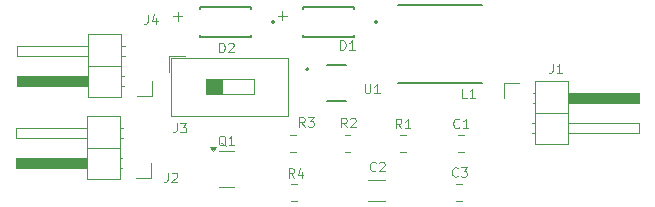
<source format=gto>
%TF.GenerationSoftware,KiCad,Pcbnew,9.0.1*%
%TF.CreationDate,2025-05-18T00:30:22-05:00*%
%TF.ProjectId,Tiny_Solar_Supply,54696e79-5f53-46f6-9c61-725f53757070,rev?*%
%TF.SameCoordinates,Original*%
%TF.FileFunction,Legend,Top*%
%TF.FilePolarity,Positive*%
%FSLAX46Y46*%
G04 Gerber Fmt 4.6, Leading zero omitted, Abs format (unit mm)*
G04 Created by KiCad (PCBNEW 9.0.1) date 2025-05-18 00:30:22*
%MOMM*%
%LPD*%
G01*
G04 APERTURE LIST*
%ADD10C,0.100000*%
%ADD11C,0.120000*%
%ADD12C,0.127000*%
%ADD13C,0.200000*%
G04 APERTURE END LIST*
D10*
X159214442Y-47861460D02*
X159976347Y-47861460D01*
X159595394Y-48242413D02*
X159595394Y-47480508D01*
X150350605Y-47871806D02*
X151112510Y-47871806D01*
X150731557Y-48252759D02*
X150731557Y-47490854D01*
X150659709Y-56926071D02*
X150659709Y-57497499D01*
X150659709Y-57497499D02*
X150621614Y-57611785D01*
X150621614Y-57611785D02*
X150545423Y-57687976D01*
X150545423Y-57687976D02*
X150431138Y-57726071D01*
X150431138Y-57726071D02*
X150354947Y-57726071D01*
X150964471Y-56926071D02*
X151459709Y-56926071D01*
X151459709Y-56926071D02*
X151193043Y-57230833D01*
X151193043Y-57230833D02*
X151307328Y-57230833D01*
X151307328Y-57230833D02*
X151383519Y-57268928D01*
X151383519Y-57268928D02*
X151421614Y-57307023D01*
X151421614Y-57307023D02*
X151459709Y-57383214D01*
X151459709Y-57383214D02*
X151459709Y-57573690D01*
X151459709Y-57573690D02*
X151421614Y-57649880D01*
X151421614Y-57649880D02*
X151383519Y-57687976D01*
X151383519Y-57687976D02*
X151307328Y-57726071D01*
X151307328Y-57726071D02*
X151078757Y-57726071D01*
X151078757Y-57726071D02*
X151002566Y-57687976D01*
X151002566Y-57687976D02*
X150964471Y-57649880D01*
X182486333Y-51888895D02*
X182486333Y-52460323D01*
X182486333Y-52460323D02*
X182448238Y-52574609D01*
X182448238Y-52574609D02*
X182372047Y-52650800D01*
X182372047Y-52650800D02*
X182257762Y-52688895D01*
X182257762Y-52688895D02*
X182181571Y-52688895D01*
X183286333Y-52688895D02*
X182829190Y-52688895D01*
X183057762Y-52688895D02*
X183057762Y-51888895D01*
X183057762Y-51888895D02*
X182981571Y-52003180D01*
X182981571Y-52003180D02*
X182905381Y-52079371D01*
X182905381Y-52079371D02*
X182829190Y-52117466D01*
X149886373Y-61122740D02*
X149886373Y-61694168D01*
X149886373Y-61694168D02*
X149848278Y-61808454D01*
X149848278Y-61808454D02*
X149772087Y-61884645D01*
X149772087Y-61884645D02*
X149657802Y-61922740D01*
X149657802Y-61922740D02*
X149581611Y-61922740D01*
X150229230Y-61198930D02*
X150267326Y-61160835D01*
X150267326Y-61160835D02*
X150343516Y-61122740D01*
X150343516Y-61122740D02*
X150533992Y-61122740D01*
X150533992Y-61122740D02*
X150610183Y-61160835D01*
X150610183Y-61160835D02*
X150648278Y-61198930D01*
X150648278Y-61198930D02*
X150686373Y-61275121D01*
X150686373Y-61275121D02*
X150686373Y-61351311D01*
X150686373Y-61351311D02*
X150648278Y-61465597D01*
X150648278Y-61465597D02*
X150191135Y-61922740D01*
X150191135Y-61922740D02*
X150686373Y-61922740D01*
X166577052Y-53615427D02*
X166577052Y-54263046D01*
X166577052Y-54263046D02*
X166615147Y-54339236D01*
X166615147Y-54339236D02*
X166653242Y-54377332D01*
X166653242Y-54377332D02*
X166729433Y-54415427D01*
X166729433Y-54415427D02*
X166881814Y-54415427D01*
X166881814Y-54415427D02*
X166958004Y-54377332D01*
X166958004Y-54377332D02*
X166996099Y-54339236D01*
X166996099Y-54339236D02*
X167034195Y-54263046D01*
X167034195Y-54263046D02*
X167034195Y-53615427D01*
X167834194Y-54415427D02*
X167377051Y-54415427D01*
X167605623Y-54415427D02*
X167605623Y-53615427D01*
X167605623Y-53615427D02*
X167529432Y-53729712D01*
X167529432Y-53729712D02*
X167453242Y-53805903D01*
X167453242Y-53805903D02*
X167377051Y-53843998D01*
X160588753Y-61564813D02*
X160322086Y-61183860D01*
X160131610Y-61564813D02*
X160131610Y-60764813D01*
X160131610Y-60764813D02*
X160436372Y-60764813D01*
X160436372Y-60764813D02*
X160512562Y-60802908D01*
X160512562Y-60802908D02*
X160550657Y-60841003D01*
X160550657Y-60841003D02*
X160588753Y-60917194D01*
X160588753Y-60917194D02*
X160588753Y-61031479D01*
X160588753Y-61031479D02*
X160550657Y-61107670D01*
X160550657Y-61107670D02*
X160512562Y-61145765D01*
X160512562Y-61145765D02*
X160436372Y-61183860D01*
X160436372Y-61183860D02*
X160131610Y-61183860D01*
X161274467Y-61031479D02*
X161274467Y-61564813D01*
X161083991Y-60726718D02*
X160893514Y-61298146D01*
X160893514Y-61298146D02*
X161388753Y-61298146D01*
X161481196Y-57232346D02*
X161214529Y-56851393D01*
X161024053Y-57232346D02*
X161024053Y-56432346D01*
X161024053Y-56432346D02*
X161328815Y-56432346D01*
X161328815Y-56432346D02*
X161405005Y-56470441D01*
X161405005Y-56470441D02*
X161443100Y-56508536D01*
X161443100Y-56508536D02*
X161481196Y-56584727D01*
X161481196Y-56584727D02*
X161481196Y-56699012D01*
X161481196Y-56699012D02*
X161443100Y-56775203D01*
X161443100Y-56775203D02*
X161405005Y-56813298D01*
X161405005Y-56813298D02*
X161328815Y-56851393D01*
X161328815Y-56851393D02*
X161024053Y-56851393D01*
X161747862Y-56432346D02*
X162243100Y-56432346D01*
X162243100Y-56432346D02*
X161976434Y-56737108D01*
X161976434Y-56737108D02*
X162090719Y-56737108D01*
X162090719Y-56737108D02*
X162166910Y-56775203D01*
X162166910Y-56775203D02*
X162205005Y-56813298D01*
X162205005Y-56813298D02*
X162243100Y-56889489D01*
X162243100Y-56889489D02*
X162243100Y-57079965D01*
X162243100Y-57079965D02*
X162205005Y-57156155D01*
X162205005Y-57156155D02*
X162166910Y-57194251D01*
X162166910Y-57194251D02*
X162090719Y-57232346D01*
X162090719Y-57232346D02*
X161862148Y-57232346D01*
X161862148Y-57232346D02*
X161785957Y-57194251D01*
X161785957Y-57194251D02*
X161747862Y-57156155D01*
X165043075Y-57302878D02*
X164776408Y-56921925D01*
X164585932Y-57302878D02*
X164585932Y-56502878D01*
X164585932Y-56502878D02*
X164890694Y-56502878D01*
X164890694Y-56502878D02*
X164966884Y-56540973D01*
X164966884Y-56540973D02*
X165004979Y-56579068D01*
X165004979Y-56579068D02*
X165043075Y-56655259D01*
X165043075Y-56655259D02*
X165043075Y-56769544D01*
X165043075Y-56769544D02*
X165004979Y-56845735D01*
X165004979Y-56845735D02*
X164966884Y-56883830D01*
X164966884Y-56883830D02*
X164890694Y-56921925D01*
X164890694Y-56921925D02*
X164585932Y-56921925D01*
X165347836Y-56579068D02*
X165385932Y-56540973D01*
X165385932Y-56540973D02*
X165462122Y-56502878D01*
X165462122Y-56502878D02*
X165652598Y-56502878D01*
X165652598Y-56502878D02*
X165728789Y-56540973D01*
X165728789Y-56540973D02*
X165766884Y-56579068D01*
X165766884Y-56579068D02*
X165804979Y-56655259D01*
X165804979Y-56655259D02*
X165804979Y-56731449D01*
X165804979Y-56731449D02*
X165766884Y-56845735D01*
X165766884Y-56845735D02*
X165309741Y-57302878D01*
X165309741Y-57302878D02*
X165804979Y-57302878D01*
X169685654Y-57380918D02*
X169418987Y-56999965D01*
X169228511Y-57380918D02*
X169228511Y-56580918D01*
X169228511Y-56580918D02*
X169533273Y-56580918D01*
X169533273Y-56580918D02*
X169609463Y-56619013D01*
X169609463Y-56619013D02*
X169647558Y-56657108D01*
X169647558Y-56657108D02*
X169685654Y-56733299D01*
X169685654Y-56733299D02*
X169685654Y-56847584D01*
X169685654Y-56847584D02*
X169647558Y-56923775D01*
X169647558Y-56923775D02*
X169609463Y-56961870D01*
X169609463Y-56961870D02*
X169533273Y-56999965D01*
X169533273Y-56999965D02*
X169228511Y-56999965D01*
X170447558Y-57380918D02*
X169990415Y-57380918D01*
X170218987Y-57380918D02*
X170218987Y-56580918D01*
X170218987Y-56580918D02*
X170142796Y-56695203D01*
X170142796Y-56695203D02*
X170066606Y-56771394D01*
X170066606Y-56771394D02*
X169990415Y-56809489D01*
X154787824Y-58860527D02*
X154711634Y-58822432D01*
X154711634Y-58822432D02*
X154635443Y-58746242D01*
X154635443Y-58746242D02*
X154521157Y-58631956D01*
X154521157Y-58631956D02*
X154444967Y-58593861D01*
X154444967Y-58593861D02*
X154368776Y-58593861D01*
X154406872Y-58784337D02*
X154330681Y-58746242D01*
X154330681Y-58746242D02*
X154254491Y-58670051D01*
X154254491Y-58670051D02*
X154216395Y-58517670D01*
X154216395Y-58517670D02*
X154216395Y-58251003D01*
X154216395Y-58251003D02*
X154254491Y-58098622D01*
X154254491Y-58098622D02*
X154330681Y-58022432D01*
X154330681Y-58022432D02*
X154406872Y-57984337D01*
X154406872Y-57984337D02*
X154559253Y-57984337D01*
X154559253Y-57984337D02*
X154635443Y-58022432D01*
X154635443Y-58022432D02*
X154711634Y-58098622D01*
X154711634Y-58098622D02*
X154749729Y-58251003D01*
X154749729Y-58251003D02*
X154749729Y-58517670D01*
X154749729Y-58517670D02*
X154711634Y-58670051D01*
X154711634Y-58670051D02*
X154635443Y-58746242D01*
X154635443Y-58746242D02*
X154559253Y-58784337D01*
X154559253Y-58784337D02*
X154406872Y-58784337D01*
X155511633Y-58784337D02*
X155054490Y-58784337D01*
X155283062Y-58784337D02*
X155283062Y-57984337D01*
X155283062Y-57984337D02*
X155206871Y-58098622D01*
X155206871Y-58098622D02*
X155130681Y-58174813D01*
X155130681Y-58174813D02*
X155054490Y-58212908D01*
X175219620Y-54808715D02*
X174838668Y-54808715D01*
X174838668Y-54808715D02*
X174838668Y-54008715D01*
X175905334Y-54808715D02*
X175448191Y-54808715D01*
X175676763Y-54808715D02*
X175676763Y-54008715D01*
X175676763Y-54008715D02*
X175600572Y-54123000D01*
X175600572Y-54123000D02*
X175524382Y-54199191D01*
X175524382Y-54199191D02*
X175448191Y-54237286D01*
X148193600Y-47756880D02*
X148193600Y-48328308D01*
X148193600Y-48328308D02*
X148155505Y-48442594D01*
X148155505Y-48442594D02*
X148079314Y-48518785D01*
X148079314Y-48518785D02*
X147965029Y-48556880D01*
X147965029Y-48556880D02*
X147888838Y-48556880D01*
X148917410Y-48023546D02*
X148917410Y-48556880D01*
X148726934Y-47718785D02*
X148536457Y-48290213D01*
X148536457Y-48290213D02*
X149031696Y-48290213D01*
X154255348Y-50921388D02*
X154255348Y-50121388D01*
X154255348Y-50121388D02*
X154445824Y-50121388D01*
X154445824Y-50121388D02*
X154560110Y-50159483D01*
X154560110Y-50159483D02*
X154636300Y-50235673D01*
X154636300Y-50235673D02*
X154674395Y-50311864D01*
X154674395Y-50311864D02*
X154712491Y-50464245D01*
X154712491Y-50464245D02*
X154712491Y-50578531D01*
X154712491Y-50578531D02*
X154674395Y-50730912D01*
X154674395Y-50730912D02*
X154636300Y-50807102D01*
X154636300Y-50807102D02*
X154560110Y-50883293D01*
X154560110Y-50883293D02*
X154445824Y-50921388D01*
X154445824Y-50921388D02*
X154255348Y-50921388D01*
X155017252Y-50197578D02*
X155055348Y-50159483D01*
X155055348Y-50159483D02*
X155131538Y-50121388D01*
X155131538Y-50121388D02*
X155322014Y-50121388D01*
X155322014Y-50121388D02*
X155398205Y-50159483D01*
X155398205Y-50159483D02*
X155436300Y-50197578D01*
X155436300Y-50197578D02*
X155474395Y-50273769D01*
X155474395Y-50273769D02*
X155474395Y-50349959D01*
X155474395Y-50349959D02*
X155436300Y-50464245D01*
X155436300Y-50464245D02*
X154979157Y-50921388D01*
X154979157Y-50921388D02*
X155474395Y-50921388D01*
X164509524Y-50720239D02*
X164509524Y-49920239D01*
X164509524Y-49920239D02*
X164700000Y-49920239D01*
X164700000Y-49920239D02*
X164814286Y-49958334D01*
X164814286Y-49958334D02*
X164890476Y-50034524D01*
X164890476Y-50034524D02*
X164928571Y-50110715D01*
X164928571Y-50110715D02*
X164966667Y-50263096D01*
X164966667Y-50263096D02*
X164966667Y-50377382D01*
X164966667Y-50377382D02*
X164928571Y-50529763D01*
X164928571Y-50529763D02*
X164890476Y-50605953D01*
X164890476Y-50605953D02*
X164814286Y-50682144D01*
X164814286Y-50682144D02*
X164700000Y-50720239D01*
X164700000Y-50720239D02*
X164509524Y-50720239D01*
X165728571Y-50720239D02*
X165271428Y-50720239D01*
X165500000Y-50720239D02*
X165500000Y-49920239D01*
X165500000Y-49920239D02*
X165423809Y-50034524D01*
X165423809Y-50034524D02*
X165347619Y-50110715D01*
X165347619Y-50110715D02*
X165271428Y-50148810D01*
X174444346Y-61400863D02*
X174406250Y-61438959D01*
X174406250Y-61438959D02*
X174291965Y-61477054D01*
X174291965Y-61477054D02*
X174215774Y-61477054D01*
X174215774Y-61477054D02*
X174101488Y-61438959D01*
X174101488Y-61438959D02*
X174025298Y-61362768D01*
X174025298Y-61362768D02*
X173987203Y-61286578D01*
X173987203Y-61286578D02*
X173949107Y-61134197D01*
X173949107Y-61134197D02*
X173949107Y-61019911D01*
X173949107Y-61019911D02*
X173987203Y-60867530D01*
X173987203Y-60867530D02*
X174025298Y-60791339D01*
X174025298Y-60791339D02*
X174101488Y-60715149D01*
X174101488Y-60715149D02*
X174215774Y-60677054D01*
X174215774Y-60677054D02*
X174291965Y-60677054D01*
X174291965Y-60677054D02*
X174406250Y-60715149D01*
X174406250Y-60715149D02*
X174444346Y-60753244D01*
X174711012Y-60677054D02*
X175206250Y-60677054D01*
X175206250Y-60677054D02*
X174939584Y-60981816D01*
X174939584Y-60981816D02*
X175053869Y-60981816D01*
X175053869Y-60981816D02*
X175130060Y-61019911D01*
X175130060Y-61019911D02*
X175168155Y-61058006D01*
X175168155Y-61058006D02*
X175206250Y-61134197D01*
X175206250Y-61134197D02*
X175206250Y-61324673D01*
X175206250Y-61324673D02*
X175168155Y-61400863D01*
X175168155Y-61400863D02*
X175130060Y-61438959D01*
X175130060Y-61438959D02*
X175053869Y-61477054D01*
X175053869Y-61477054D02*
X174825298Y-61477054D01*
X174825298Y-61477054D02*
X174749107Y-61438959D01*
X174749107Y-61438959D02*
X174711012Y-61400863D01*
X167511703Y-60935960D02*
X167473607Y-60974056D01*
X167473607Y-60974056D02*
X167359322Y-61012151D01*
X167359322Y-61012151D02*
X167283131Y-61012151D01*
X167283131Y-61012151D02*
X167168845Y-60974056D01*
X167168845Y-60974056D02*
X167092655Y-60897865D01*
X167092655Y-60897865D02*
X167054560Y-60821675D01*
X167054560Y-60821675D02*
X167016464Y-60669294D01*
X167016464Y-60669294D02*
X167016464Y-60555008D01*
X167016464Y-60555008D02*
X167054560Y-60402627D01*
X167054560Y-60402627D02*
X167092655Y-60326436D01*
X167092655Y-60326436D02*
X167168845Y-60250246D01*
X167168845Y-60250246D02*
X167283131Y-60212151D01*
X167283131Y-60212151D02*
X167359322Y-60212151D01*
X167359322Y-60212151D02*
X167473607Y-60250246D01*
X167473607Y-60250246D02*
X167511703Y-60288341D01*
X167816464Y-60288341D02*
X167854560Y-60250246D01*
X167854560Y-60250246D02*
X167930750Y-60212151D01*
X167930750Y-60212151D02*
X168121226Y-60212151D01*
X168121226Y-60212151D02*
X168197417Y-60250246D01*
X168197417Y-60250246D02*
X168235512Y-60288341D01*
X168235512Y-60288341D02*
X168273607Y-60364532D01*
X168273607Y-60364532D02*
X168273607Y-60440722D01*
X168273607Y-60440722D02*
X168235512Y-60555008D01*
X168235512Y-60555008D02*
X167778369Y-61012151D01*
X167778369Y-61012151D02*
X168273607Y-61012151D01*
X174579710Y-57274727D02*
X174541614Y-57312823D01*
X174541614Y-57312823D02*
X174427329Y-57350918D01*
X174427329Y-57350918D02*
X174351138Y-57350918D01*
X174351138Y-57350918D02*
X174236852Y-57312823D01*
X174236852Y-57312823D02*
X174160662Y-57236632D01*
X174160662Y-57236632D02*
X174122567Y-57160442D01*
X174122567Y-57160442D02*
X174084471Y-57008061D01*
X174084471Y-57008061D02*
X174084471Y-56893775D01*
X174084471Y-56893775D02*
X174122567Y-56741394D01*
X174122567Y-56741394D02*
X174160662Y-56665203D01*
X174160662Y-56665203D02*
X174236852Y-56589013D01*
X174236852Y-56589013D02*
X174351138Y-56550918D01*
X174351138Y-56550918D02*
X174427329Y-56550918D01*
X174427329Y-56550918D02*
X174541614Y-56589013D01*
X174541614Y-56589013D02*
X174579710Y-56627108D01*
X175341614Y-57350918D02*
X174884471Y-57350918D01*
X175113043Y-57350918D02*
X175113043Y-56550918D01*
X175113043Y-56550918D02*
X175036852Y-56665203D01*
X175036852Y-56665203D02*
X174960662Y-56741394D01*
X174960662Y-56741394D02*
X174884471Y-56779489D01*
D11*
%TO.C,J3*%
X149969570Y-51209831D02*
X149969570Y-52592831D01*
X149969570Y-51209831D02*
X151352570Y-51209831D01*
X150209570Y-51449831D02*
X150209570Y-56289831D01*
X150209570Y-51449831D02*
X160109570Y-51449831D01*
X150209570Y-56289831D02*
X160109570Y-56289831D01*
X154482903Y-53234831D02*
X154482903Y-54504831D01*
X160109570Y-51449831D02*
X160109570Y-56289831D01*
X153129570Y-53234831D02*
X154482903Y-53234831D01*
X154482903Y-54504831D01*
X153129570Y-54504831D01*
X153129570Y-53234831D01*
G36*
X153129570Y-53234831D02*
G01*
X154482903Y-53234831D01*
X154482903Y-54504831D01*
X153129570Y-54504831D01*
X153129570Y-53234831D01*
G37*
X153129570Y-53234831D02*
X157189570Y-53234831D01*
X157189570Y-54504831D01*
X153129570Y-54504831D01*
X153129570Y-53234831D01*
%TO.C,J1*%
X178365516Y-53516750D02*
X179635516Y-53516750D01*
X178365516Y-54786750D02*
X178365516Y-53516750D01*
X180712874Y-56896750D02*
X181025516Y-56896750D01*
X180712874Y-57756750D02*
X181025516Y-57756750D01*
X180795516Y-54356750D02*
X181025516Y-54356750D01*
X180795516Y-55216750D02*
X181025516Y-55216750D01*
X181025516Y-53406750D02*
X181025516Y-58706750D01*
X181025516Y-56056750D02*
X183785516Y-56056750D01*
X181025516Y-58706750D02*
X183785516Y-58706750D01*
X183785516Y-53406750D02*
X181025516Y-53406750D01*
X183785516Y-56896750D02*
X189785516Y-56896750D01*
X183785516Y-58706750D02*
X183785516Y-53406750D01*
X189785516Y-56896750D02*
X189785516Y-57756750D01*
X189785516Y-57756750D02*
X183785516Y-57756750D01*
X183785516Y-54356750D02*
X189785516Y-54356750D01*
X189785516Y-55216750D01*
X183785516Y-55216750D01*
X183785516Y-54356750D01*
G36*
X183785516Y-54356750D02*
G01*
X189785516Y-54356750D01*
X189785516Y-55216750D01*
X183785516Y-55216750D01*
X183785516Y-54356750D01*
G37*
%TO.C,J2*%
X148495952Y-61559104D02*
X147225952Y-61559104D01*
X148495952Y-60289104D02*
X148495952Y-61559104D01*
X146148594Y-58179104D02*
X145835952Y-58179104D01*
X146148594Y-57319104D02*
X145835952Y-57319104D01*
X146065952Y-60719104D02*
X145835952Y-60719104D01*
X146065952Y-59859104D02*
X145835952Y-59859104D01*
X145835952Y-61669104D02*
X145835952Y-56369104D01*
X145835952Y-59019104D02*
X143075952Y-59019104D01*
X145835952Y-56369104D02*
X143075952Y-56369104D01*
X143075952Y-61669104D02*
X145835952Y-61669104D01*
X143075952Y-58179104D02*
X137075952Y-58179104D01*
X143075952Y-56369104D02*
X143075952Y-61669104D01*
X137075952Y-58179104D02*
X137075952Y-57319104D01*
X137075952Y-57319104D02*
X143075952Y-57319104D01*
X143075952Y-60719104D02*
X137075952Y-60719104D01*
X137075952Y-59859104D01*
X143075952Y-59859104D01*
X143075952Y-60719104D01*
G36*
X143075952Y-60719104D02*
G01*
X137075952Y-60719104D01*
X137075952Y-59859104D01*
X143075952Y-59859104D01*
X143075952Y-60719104D01*
G37*
D12*
%TO.C,U1*%
X163369376Y-51999355D02*
X164969376Y-51999355D01*
X163369376Y-55039355D02*
X164969376Y-55039355D01*
D13*
X161819376Y-52369355D02*
G75*
G02*
X161619376Y-52369355I-100000J0D01*
G01*
X161619376Y-52369355D02*
G75*
G02*
X161819376Y-52369355I100000J0D01*
G01*
D11*
%TO.C,R4*%
X160366506Y-62087159D02*
X160820634Y-62087159D01*
X160366506Y-63557159D02*
X160820634Y-63557159D01*
%TO.C,R3*%
X160725627Y-59401023D02*
X160271499Y-59401023D01*
X160725627Y-57931023D02*
X160271499Y-57931023D01*
%TO.C,R2*%
X164878812Y-57931023D02*
X165332940Y-57931023D01*
X164878812Y-59401023D02*
X165332940Y-59401023D01*
%TO.C,R1*%
X169591923Y-57931023D02*
X170046051Y-57931023D01*
X169591923Y-59401023D02*
X170046051Y-59401023D01*
%TO.C,Q1*%
X154864015Y-59259442D02*
X154214015Y-59259442D01*
X154864015Y-59259442D02*
X155514015Y-59259442D01*
X154864015Y-62379442D02*
X154214015Y-62379442D01*
X154864015Y-62379442D02*
X155514015Y-62379442D01*
X153701515Y-59309442D02*
X153461515Y-58979442D01*
X153941515Y-58979442D01*
X153701515Y-59309442D01*
G36*
X153701515Y-59309442D02*
G01*
X153461515Y-58979442D01*
X153941515Y-58979442D01*
X153701515Y-59309442D01*
G37*
D12*
%TO.C,L1*%
X176484954Y-53537420D02*
X169384954Y-53537420D01*
X176484954Y-46937420D02*
X169384954Y-46937420D01*
D11*
%TO.C,J4*%
X148590000Y-54610000D02*
X147320000Y-54610000D01*
X148590000Y-53340000D02*
X148590000Y-54610000D01*
X146242642Y-51230000D02*
X145930000Y-51230000D01*
X146242642Y-50370000D02*
X145930000Y-50370000D01*
X146160000Y-53770000D02*
X145930000Y-53770000D01*
X146160000Y-52910000D02*
X145930000Y-52910000D01*
X145930000Y-54720000D02*
X145930000Y-49420000D01*
X145930000Y-52070000D02*
X143170000Y-52070000D01*
X145930000Y-49420000D02*
X143170000Y-49420000D01*
X143170000Y-54720000D02*
X145930000Y-54720000D01*
X143170000Y-51230000D02*
X137170000Y-51230000D01*
X143170000Y-49420000D02*
X143170000Y-54720000D01*
X137170000Y-51230000D02*
X137170000Y-50370000D01*
X137170000Y-50370000D02*
X143170000Y-50370000D01*
X143170000Y-53770000D02*
X137170000Y-53770000D01*
X137170000Y-52910000D01*
X143170000Y-52910000D01*
X143170000Y-53770000D01*
G36*
X143170000Y-53770000D02*
G01*
X137170000Y-53770000D01*
X137170000Y-52910000D01*
X143170000Y-52910000D01*
X143170000Y-53770000D01*
G37*
D12*
%TO.C,D2*%
X156975558Y-49649994D02*
X156975558Y-49439994D01*
X156975558Y-47089994D02*
X156975558Y-47299994D01*
X152645558Y-49439994D02*
X152645558Y-49649994D01*
X152645558Y-47089994D02*
X152645558Y-47299994D01*
X156975558Y-47089994D02*
X152645558Y-47089994D01*
X152645558Y-49649994D02*
X156975558Y-49649994D01*
D13*
X158910558Y-48369994D02*
G75*
G02*
X158710558Y-48369994I-100000J0D01*
G01*
X158710558Y-48369994D02*
G75*
G02*
X158910558Y-48369994I100000J0D01*
G01*
D12*
%TO.C,D1*%
X165688224Y-49649994D02*
X165688224Y-49439994D01*
X165688224Y-47089994D02*
X165688224Y-47299994D01*
X161358224Y-49439994D02*
X161358224Y-49649994D01*
X161358224Y-47089994D02*
X161358224Y-47299994D01*
X165688224Y-47089994D02*
X161358224Y-47089994D01*
X161358224Y-49649994D02*
X165688224Y-49649994D01*
D13*
X167623224Y-48369994D02*
G75*
G02*
X167423224Y-48369994I-100000J0D01*
G01*
X167423224Y-48369994D02*
G75*
G02*
X167623224Y-48369994I100000J0D01*
G01*
D11*
%TO.C,C3*%
X174316427Y-62057159D02*
X174838931Y-62057159D01*
X174316427Y-63527159D02*
X174838931Y-63527159D01*
%TO.C,C2*%
X168274965Y-63532159D02*
X166852461Y-63532159D01*
X168274965Y-61712159D02*
X166852461Y-61712159D01*
%TO.C,C1*%
X174451791Y-57931023D02*
X174974295Y-57931023D01*
X174451791Y-59401023D02*
X174974295Y-59401023D01*
%TD*%
M02*

</source>
